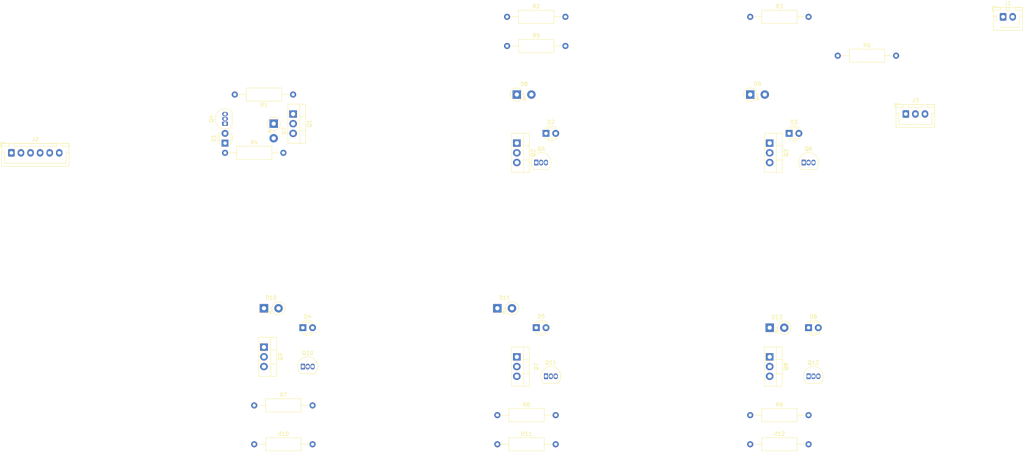
<source format=kicad_pcb>
(kicad_pcb (version 20211014) (generator pcbnew)
  (layers (0 "F.Cu" signal) (31 "B.Cu" signal) (34 "B.Paste" user) (35 "F.Paste" user) (36 "B.SilkS" user "B.Silkscreen") (37 "F.SilkS" user "F.Silkscreen") (38 "B.Mask" user) (39 "F.Mask" user) (44 "Edge.Cuts" user))
  (net 0 "")
  (net 1 "Net-(R4-Pad1)")
  (net 2 "Net-(Q4-Pad1)")
  (net 3 "Net-(R5-Pad1)")
  (net 4 "Net-(Q5-Pad1)")
  (net 5 "Net-(R6-Pad1)")
  (net 6 "Net-(Q6-Pad1)")
  (net 7 "Net-(R10-Pad1)")
  (net 8 "Net-(Q10-Pad1)")
  (net 9 "Net-(R11-Pad1)")
  (net 10 "Net-(Q11-Pad1)")
  (net 11 "Net-(R12-Pad1)")
  (net 12 "Net-(Q12-Pad1)")
  (net 13 "VCC")
  (net 14 "Net-(Q1-Pad3)")
  (net 15 "Net-(J3-Pad2)")
  (net 16 "Net-(Q3-Pad3)")
  (net 17 "GND")
  (net 18 "Net-(Q12-Pad2)")
  (net 19 "Net-(Q6-Pad2)")
  (net 20 "Net-(J2-Pad3)")
  (net 21 "Net-(Q5-Pad2)")
  (net 22 "Net-(J2-Pad5)")
  (net 23 "Net-(J2-Pad6)")
  (net 24 "Net-(R1-Pad1)")
  (net 25 "Net-(R2-Pad1)")
  (net 26 "Net-(R3-Pad1)")
  (net 27 "Net-(R7-Pad1)")
  (net 28 "Net-(R8-Pad1)")
  (net 29 "Net-(R9-Pad1)")
  (footprint "Package_TO_SOT_THT:TO-92_Inline" (layer "F.Cu") (at 91.44 127)
    (fp_text reference "Q10" (at 1.27 -3.56) (layer "F.SilkS"))
    (fp_text value "S8050")
    (fp_line (start -0.53 1.85) (end 3.07 1.85) (layer "F.SilkS") (width 0.12))
    (fp_arc (start -0.568478 1.838478) (mid -1.132087 -0.994977) (end 1.27 -2.6) (layer "F.SilkS") (width 0.12))
    (fp_arc (start 1.27 -2.6) (mid 3.672087 -0.994977) (end 3.108478 1.838478) (layer "F.SilkS") (width 0.12))
    (pad "1" thru_hole rect (at 0 0) (size 1.05 1.5) (drill 0.75) (layers *.Cu *.Mask) (net 8 "Net-(Q10-Pad1)"))
    (pad "2" thru_hole oval (at 1.27 0) (size 1.05 1.5) (drill 0.75) (layers *.Cu *.Mask) (net 22 "Net-(J2-Pad5)"))
    (pad "3" thru_hole oval (at 2.54 0) (size 1.05 1.5) (drill 0.75) (layers *.Cu *.Mask) (net 27 "Net-(R7-Pad1)"))
  )
  (footprint "Diode_THT:D_DO-41_SOD81_P3.81mm_Vertical_AnodeUp" (layer "F.Cu") (at 208.28 55.88)
    (fp_text reference "D9" (at 1.905 -2.750635) (layer "F.SilkS"))
    (fp_text value "1N5819")
    (fp_text user "A" (at 2.01 1.1) (layer "F.SilkS"))
    (fp_line (start 1.750635 0) (end 2.41 0) (layer "F.SilkS") (width 0.12))
    (fp_circle (center 0 0) (end 1.750635 0) (layer "F.SilkS") (width 0.12) (fill none))
    (pad "1" thru_hole rect (at 0 0) (size 2.2 2.2) (drill 1.1) (layers *.Cu *.Mask) (net 13 "VCC"))
    (pad "2" thru_hole oval (at 3.81 0) (size 2.2 2.2) (drill 1.1) (layers *.Cu *.Mask) (net 16 "Net-(Q3-Pad3)"))
  )
  (footprint "Connector_JST:JST_XH_B6B-XH-A_1x06_P2.50mm_Vertical" (layer "F.Cu") (at 15.32 71.12)
    (fp_text reference "J2" (at 6.25 -3.55) (layer "F.SilkS"))
    (fp_text value "Inputs")
    (fp_line (start 11.75 -2.45) (end 0.75 -2.45) (layer "F.SilkS") (width 0.12))
    (fp_line (start 11.75 -1.7) (end 11.75 -2.45) (layer "F.SilkS") (width 0.12))
    (fp_line (start -0.75 -1.7) (end -0.75 -2.45) (layer "F.SilkS") (width 0.12))
    (fp_line (start -2.55 -0.2) (end -1.8 -0.2) (layer "F.SilkS") (width 0.12))
    (fp_line (start -2.85 -2.75) (end -2.85 -1.5) (layer "F.SilkS") (width 0.12))
    (fp_line (start -2.56 3.51) (end 15.06 3.51) (layer "F.SilkS") (width 0.12))
    (fp_line (start 0.75 -2.45) (end 0.75 -1.7) (layer "F.SilkS") (width 0.12))
    (fp_line (start 15.05 -2.45) (end 13.25 -2.45) (layer "F.SilkS") (width 0.12))
    (fp_line (start -2.55 -1.7) (end -0.75 -1.7) (layer "F.SilkS") (width 0.12))
    (fp_line (start 13.25 -2.45) (end 13.25 -1.7) (layer "F.SilkS") (width 0.12))
    (fp_line (start 14.3 2.75) (end 6.25 2.75) (layer "F.SilkS") (width 0.12))
    (fp_line (start -2.56 -2.46) (end -2.56 3.51) (layer "F.SilkS") (width 0.12))
    (fp_line (start 15.05 -0.2) (end 14.3 -0.2) (layer "F.SilkS") (width 0.12))
    (fp_line (start -1.8 2.75) (end 6.25 2.75) (layer "F.SilkS") (width 0.12))
    (fp_line (start 13.25 -1.7) (end 15.05 -1.7) (layer "F.SilkS") (width 0.12))
    (fp_line (start -1.6 -2.75) (end -2.85 -2.75) (layer "F.SilkS") (width 0.12))
    (fp_line (start 15.05 -1.7) (end 15.05 -2.45) (layer "F.SilkS") (width 0.12))
    (fp_line (start 15.06 3.51) (end 15.06 -2.46) (layer "F.SilkS") (width 0.12))
    (fp_line (start 15.06 -2.46) (end -2.56 -2.46) (layer "F.SilkS") (width 0.12))
    (fp_line (start -0.75 -2.45) (end -2.55 -2.45) (layer "F.SilkS") (width 0.12))
    (fp_line (start -1.8 -0.2) (end -1.8 2.75) (layer "F.SilkS") (width 0.12))
    (fp_line (start 14.3 -0.2) (end 14.3 2.75) (layer "F.SilkS") (width 0.12))
    (fp_line (start 0.75 -1.7) (end 11.75 -1.7) (layer "F.SilkS") (width 0.12))
    (fp_line (start -2.55 -2.45) (end -2.55 -1.7) (layer "F.SilkS") (width 0.12))
    (pad "1" thru_hole roundrect (at 0 0) (size 1.7 1.95) (drill 0.95) (layers *.Cu *.Mask) (roundrect_rratio 0.147059) (net 18 "Net-(Q12-Pad2)"))
    (pad "2" thru_hole oval (at 2.5 0) (size 1.7 1.95) (drill 0.95) (layers *.Cu *.Mask) (net 19 "Net-(Q6-Pad2)"))
    (pad "3" thru_hole oval (at 5 0) (size 1.7 1.95) (drill 0.95) (layers *.Cu *.Mask) (net 20 "Net-(J2-Pad3)"))
    (pad "4" thru_hole oval (at 7.5 0) (size 1.7 1.95) (drill 0.95) (layers *.Cu *.Mask) (net 21 "Net-(Q5-Pad2)"))
    (pad "5" thru_hole oval (at 10 0) (size 1.7 1.95) (drill 0.95) (layers *.Cu *.Mask) (net 22 "Net-(J2-Pad5)"))
    (pad "6" thru_hole oval (at 12.5 0) (size 1.7 1.95) (drill 0.95) (layers *.Cu *.Mask) (net 23 "Net-(J2-Pad6)"))
  )
  (footprint "LED_THT:LED_D3.0mm_Clear" (layer "F.Cu") (at 152.4 116.84)
    (fp_text reference "D5" (at 1.27 -2.96) (layer "F.SilkS"))
    (fp_text value "LED")
    (fp_line (start -0.29 1.08) (end -0.29 1.236) (layer "F.SilkS") (width 0.12))
    (fp_line (start -0.29 -1.236) (end -0.29 -1.08) (layer "F.SilkS") (width 0.12))
    (fp_arc (start 2.31113 1.079837) (mid 1.270117 1.5) (end 0.229039 1.08) (layer "F.SilkS") (width 0.12))
    (fp_arc (start -0.29 -1.235516) (mid 1.366487 -1.987659) (end 2.942335 -1.078608) (layer "F.SilkS") (width 0.12))
    (fp_arc (start 0.229039 -1.08) (mid 1.270117 -1.5) (end 2.31113 -1.079837) (layer "F.SilkS") (width 0.12))
    (fp_arc (start 2.942335 1.078608) (mid 1.366487 1.987659) (end -0.29 1.235516) (layer "F.SilkS") (width 0.12))
    (pad "1" thru_hole rect (at 0 0) (size 1.8 1.8) (drill 0.9) (layers *.Cu *.Mask) (net 9 "Net-(R11-Pad1)"))
    (pad "2" thru_hole circle (at 2.54 0) (size 1.8 1.8) (drill 0.9) (layers *.Cu *.Mask) (net 10 "Net-(Q11-Pad1)"))
  )
  (footprint "Resistor_THT:R_Axial_DIN0309_L9.0mm_D3.2mm_P15.24mm_Horizontal" (layer "F.Cu") (at 208.28 139.7)
    (fp_text reference "R9" (at 7.62 -2.72) (layer "F.SilkS"))
    (fp_text value "10kR")
    (fp_line (start 12.24 1.72) (end 12.24 -1.72) (layer "F.SilkS") (width 0.12))
    (fp_line (start 1.04 0) (end 3 0) (layer "F.SilkS") (width 0.12))
    (fp_line (start 12.24 -1.72) (end 3 -1.72) (layer "F.SilkS") (width 0.12))
    (fp_line (start 3 -1.72) (end 3 1.72) (layer "F.SilkS") (width 0.12))
    (fp_line (start 3 1.72) (end 12.24 1.72) (layer "F.SilkS") (width 0.12))
    (fp_line (start 14.2 0) (end 12.24 0) (layer "F.SilkS") (width 0.12))
    (pad "1" thru_hole circle (at 0 0) (size 1.6 1.6) (drill 0.8) (layers *.Cu *.Mask) (net 29 "Net-(R9-Pad1)"))
    (pad "2" thru_hole oval (at 15.24 0) (size 1.6 1.6) (drill 0.8) (layers *.Cu *.Mask) (net 13 "VCC"))
  )
  (footprint "Package_TO_SOT_THT:TO-92_Inline" (layer "F.Cu") (at 223.52 129.54)
    (fp_text reference "Q12" (at 1.27 -3.56) (layer "F.SilkS"))
    (fp_text value "S8050")
    (fp_line (start -0.53 1.85) (end 3.07 1.85) (layer "F.SilkS") (width 0.12))
    (fp_arc (start -0.568478 1.838478) (mid -1.132087 -0.994977) (end 1.27 -2.6) (layer "F.SilkS") (width 0.12))
    (fp_arc (start 1.27 -2.6) (mid 3.672087 -0.994977) (end 3.108478 1.838478) (layer "F.SilkS") (width 0.12))
    (pad "1" thru_hole rect (at 0 0) (size 1.05 1.5) (drill 0.75) (layers *.Cu *.Mask) (net 12 "Net-(Q12-Pad1)"))
    (pad "2" thru_hole oval (at 1.27 0) (size 1.05 1.5) (drill 0.75) (layers *.Cu *.Mask) (net 18 "Net-(Q12-Pad2)"))
    (pad "3" thru_hole oval (at 2.54 0) (size 1.05 1.5) (drill 0.75) (layers *.Cu *.Mask) (net 29 "Net-(R9-Pad1)"))
  )
  (footprint "Resistor_THT:R_Axial_DIN0309_L9.0mm_D3.2mm_P15.24mm_Horizontal" (layer "F.Cu") (at 208.28 35.56)
    (fp_text reference "R3" (at 7.62 -2.72) (layer "F.SilkS"))
    (fp_text value "10kR")
    (fp_line (start 12.24 1.72) (end 12.24 -1.72) (layer "F.SilkS") (width 0.12))
    (fp_line (start 14.2 0) (end 12.24 0) (layer "F.SilkS") (width 0.12))
    (fp_line (start 3 -1.72) (end 3 1.72) (layer "F.SilkS") (width 0.12))
    (fp_line (start 3 1.72) (end 12.24 1.72) (layer "F.SilkS") (width 0.12))
    (fp_line (start 1.04 0) (end 3 0) (layer "F.SilkS") (width 0.12))
    (fp_line (start 12.24 -1.72) (end 3 -1.72) (layer "F.SilkS") (width 0.12))
    (pad "1" thru_hole circle (at 0 0) (size 1.6 1.6) (drill 0.8) (layers *.Cu *.Mask) (net 26 "Net-(R3-Pad1)"))
    (pad "2" thru_hole oval (at 15.24 0) (size 1.6 1.6) (drill 0.8) (layers *.Cu *.Mask) (net 13 "VCC"))
  )
  (footprint "Resistor_THT:R_Axial_DIN0309_L9.0mm_D3.2mm_P15.24mm_Horizontal" (layer "F.Cu") (at 142.24 147.32)
    (fp_text reference "R11" (at 7.62 -2.72) (layer "F.SilkS"))
    (fp_text value "100R")
    (fp_line (start 1.04 0) (end 3 0) (layer "F.SilkS") (width 0.12))
    (fp_line (start 3 -1.72) (end 3 1.72) (layer "F.SilkS") (width 0.12))
    (fp_line (start 12.24 -1.72) (end 3 -1.72) (layer "F.SilkS") (width 0.12))
    (fp_line (start 14.2 0) (end 12.24 0) (layer "F.SilkS") (width 0.12))
    (fp_line (start 12.24 1.72) (end 12.24 -1.72) (layer "F.SilkS") (width 0.12))
    (fp_line (start 3 1.72) (end 12.24 1.72) (layer "F.SilkS") (width 0.12))
    (pad "1" thru_hole circle (at 0 0) (size 1.6 1.6) (drill 0.8) (layers *.Cu *.Mask) (net 9 "Net-(R11-Pad1)"))
    (pad "2" thru_hole oval (at 15.24 0) (size 1.6 1.6) (drill 0.8) (layers *.Cu *.Mask) (net 17 "GND"))
  )
  (footprint "Diode_THT:D_DO-41_SOD81_P3.81mm_Vertical_KathodeUp" (layer "F.Cu") (at 81.28 111.76)
    (fp_text reference "D10" (at 1.905 -2.750635) (layer "F.SilkS"))
    (fp_text value "1N5819")
    (fp_text user "K" (at 1.8 1.1) (layer "F.SilkS"))
    (fp_line (start 2.059365 0) (end 1.4 0) (layer "F.SilkS") (width 0.12))
    (fp_circle (center 3.81 0) (end 5.560635 0) (layer "F.SilkS") (width 0.12) (fill none))
    (pad "1" thru_hole rect (at 0 0) (size 2.2 2.2) (drill 1.1) (layers *.Cu *.Mask) (net 14 "Net-(Q1-Pad3)"))
    (pad "2" thru_hole oval (at 3.81 0) (size 2.2 2.2) (drill 1.1) (layers *.Cu *.Mask) (net 17 "GND"))
  )
  (footprint "Package_TO_SOT_THT:TO-92_Inline" (layer "F.Cu") (at 71.12 63.5 90)
    (fp_text reference "Q4" (at 1.27 -3.56 90) (layer "F.SilkS"))
    (fp_text value "S8050")
    (fp_line (start -0.53 1.85) (end 3.07 1.85) (layer "F.SilkS") (width 0.12))
    (fp_arc (start -0.568478 1.838478) (mid -1.132087 -0.994977) (end 1.27 -2.6) (layer "F.SilkS") (width 0.12))
    (fp_arc (start 1.27 -2.6) (mid 3.672087 -0.994977) (end 3.108478 1.838478) (layer "F.SilkS") (width 0.12))
    (pad "1" thru_hole rect (at 0 0 90) (size 1.05 1.5) (drill 0.75) (layers *.Cu *.Mask) (net 2 "Net-(Q4-Pad1)"))
    (pad "2" thru_hole oval (at 1.27 0 90) (size 1.05 1.5) (drill 0.75) (layers *.Cu *.Mask) (net 23 "Net-(J2-Pad6)"))
    (pad "3" thru_hole oval (at 2.54 0 90) (size 1.05 1.5) (drill 0.75) (layers *.Cu *.Mask) (net 24 "Net-(R1-Pad1)"))
  )
  (footprint "Resistor_THT:R_Axial_DIN0309_L9.0mm_D3.2mm_P15.24mm_Horizontal" (layer "F.Cu") (at 144.78 35.56)
    (fp_text reference "R2" (at 7.62 -2.72) (layer "F.SilkS"))
    (fp_text value "10kR")
    (fp_line (start 3 -1.72) (end 3 1.72) (layer "F.SilkS") (width 0.12))
    (fp_line (start 14.2 0) (end 12.24 0) (layer "F.SilkS") (width 0.12))
    (fp_line (start 12.24 -1.72) (end 3 -1.72) (layer "F.SilkS") (width 0.12))
    (fp_line (start 12.24 1.72) (end 12.24 -1.72) (layer "F.SilkS") (width 0.12))
    (fp_line (start 1.04 0) (end 3 0) (layer "F.SilkS") (width 0.12))
    (fp_line (start 3 1.72) (end 12.24 1.72) (layer "F.SilkS") (width 0.12))
    (pad "1" thru_hole circle (at 0 0) (size 1.6 1.6) (drill 0.8) (layers *.Cu *.Mask) (net 25 "Net-(R2-Pad1)"))
    (pad "2" thru_hole oval (at 15.24 0) (size 1.6 1.6) (drill 0.8) (layers *.Cu *.Mask) (net 13 "VCC"))
  )
  (footprint "LED_THT:LED_D3.0mm_Clear" (layer "F.Cu") (at 223.52 116.84)
    (fp_text reference "D6" (at 1.27 -2.96) (layer "F.SilkS"))
    (fp_text value "LED")
    (fp_line (start -0.29 1.08) (end -0.29 1.236) (layer "F.SilkS") (width 0.12))
    (fp_line (start -0.29 -1.236) (end -0.29 -1.08) (layer "F.SilkS") (width 0.12))
    (fp_arc (start -0.29 -1.235516) (mid 1.366487 -1.987659) (end 2.942335 -1.078608) (layer "F.SilkS") (width 0.12))
    (fp_arc (start 0.229039 -1.08) (mid 1.270117 -1.5) (end 2.31113 -1.079837) (layer "F.SilkS") (width 0.12))
    (fp_arc (start 2.942335 1.078608) (mid 1.366487 1.987659) (end -0.29 1.235516) (layer "F.SilkS") (width 0.12))
    (fp_arc (start 2.31113 1.079837) (mid 1.270117 1.5) (end 0.229039 1.08) (layer "F.SilkS") (width 0.12))
    (pad "1" thru_hole rect (at 0 0) (size 1.8 1.8) (drill 0.9) (layers *.Cu *.Mask) (net 11 "Net-(R12-Pad1)"))
    (pad "2" thru_hole circle (at 2.54 0) (size 1.8 1.8) (drill 0.9) (layers *.Cu *.Mask) (net 12 "Net-(Q12-Pad1)"))
  )
  (footprint "Diode_THT:D_DO-41_SOD81_P3.81mm_Vertical_AnodeUp" (layer "F.Cu") (at 147.32 55.88)
    (fp_text reference "D8" (at 1.905 -2.750635) (layer "F.SilkS"))
    (fp_text value "1N5819")
    (fp_text user "A" (at 2.01 1.1) (layer "F.SilkS"))
    (fp_line (start 1.750635 0) (end 2.41 0) (layer "F.SilkS") (width 0.12))
    (fp_circle (center 0 0) (end 1.750635 0) (layer "F.SilkS") (width 0.12) (fill none))
    (pad "1" thru_hole rect (at 0 0) (size 2.2 2.2) (drill 1.1) (layers *.Cu *.Mask) (net 13 "VCC"))
    (pad "2" thru_hole oval (at 3.81 0) (size 2.2 2.2) (drill 1.1) (layers *.Cu *.Mask) (net 15 "Net-(J3-Pad2)"))
  )
  (footprint "Connector_JST:JST_XH_B2B-XH-AM_1x02_P2.50mm_Vertical" (layer "F.Cu") (at 274.32 35.56)
    (fp_text reference "J1" (at 1.25 -3.55) (layer "F.SilkS"))
    (fp_text value "Power")
    (fp_line (start 1.75 -1.7) (end 1.75 -2.45) (layer "F.SilkS") (width 0.12))
    (fp_line (start -2.55 -2.45) (end -2.55 -1.7) (layer "F.SilkS") (width 0.12))
    (fp_line (start 5.05 -1.7) (end 5.05 -2.45) (layer "F.SilkS") (width 0.12))
    (fp_line (start -0.75 -1.7) (end -0.75 -2.45) (layer "F.SilkS") (width 0.12))
    (fp_line (start -1.8 -0.2) (end -1.8 1.14) (layer "F.SilkS") (width 0.12))
    (fp_line (start 5.05 -2.45) (end 3.25 -2.45) (layer "F.SilkS") (width 0.12))
    (fp_line (start 1.25 2.75) (end -0.74 2.75) (layer "F.SilkS") (width 0.12))
    (fp_line (start -0.75 -2.45) (end -2.55 -2.45) (layer "F.SilkS") (width 0.12))
    (fp_line (start 5.06 -2.46) (end -2.56 -2.46) (layer "F.SilkS") (width 0.12))
    (fp_line (start -2.56 3.51) (end 5.06 3.51) (layer "F.SilkS") (width 0.12))
    (fp_line (start -2.85 -2.75) (end -2.85 -1.5) (layer "F.SilkS") (width 0.12))
    (fp_line (start 5.06 3.51) (end 5.06 -2.46) (layer "F.SilkS") (width 0.12))
    (fp_line (start -2.55 -1.7) (end -0.75 -1.7) (layer "F.SilkS") (width 0.12))
    (fp_line (start 1.75 -2.45) (end 0.75 -2.45) (layer "F.SilkS") (width 0.12))
    (fp_line (start 3.25 -2.45) (end 3.25 -1.7) (layer "F.SilkS") (width 0.12))
    (fp_line (start -1.6 -2.75) (end -2.85 -2.75) (layer "F.SilkS") (width 0.12))
    (fp_line (start 5.05 -0.2) (end 4.3 -0.2) (layer "F.SilkS") (width 0.12))
    (fp_line (start -2.55 -0.2) (end -1.8 -0.2) (layer "F.SilkS") (width 0.12))
    (fp_line (start 3.25 -1.7) (end 5.05 -1.7) (layer "F.SilkS") (width 0.12))
    (fp_line (start -2.56 -2.46) (end -2.56 3.51) (layer "F.SilkS") (width 0.12))
    (fp_line (start 4.3 -0.2) (end 4.3 2.75) (layer "F.SilkS") (width 0.12))
    (fp_line (start 0.75 -2.45) (end 0.75 -1.7) (layer "F.SilkS") (width 0.12))
    (fp_line (start 0.75 -1.7) (end 1.75 -1.7) (layer "F.SilkS") (width 0.12))
    (fp_line (start 4.3 2.75) (end 1.25 2.75) (layer "F.SilkS") (width 0.12))
    (pad "" np_thru_hole circle (at -1.6 2) (size 1.2 1.2) (drill 1.2) (layers *.Cu *.Mask))
    (pad "1" thru_hole roundrect (at 0 0) (size 1.7 2) (drill 1) (layers *.Cu *.Mask) (roundrect_rratio 0.147059) (net 13 "VCC"))
    (pad "2" thru_hole oval (at 2.5 0) (size 1.7 2) (drill 1) (layers *.Cu *.Mask) (net 17 "GND"))
  )
  (footprint "Diode_THT:D_DO-41_SOD81_P3.81mm_Vertical_KathodeUp" (layer "F.Cu") (at 142.24 111.76)
    (fp_text reference "D11" (at 1.905 -2.750635) (layer "F.SilkS"))
    (fp_text value "1N5819")
    (fp_text user "K" (at 1.8 1.1) (layer "F.SilkS"))
    (fp_line (start 2.059365 0) (end 1.4 0) (layer "F.SilkS") (width 0.12))
    (fp_circle (center 3.81 0) (end 5.560635 0) (layer "F.SilkS") (width 0.12) (fill none))
    (pad "1" thru_hole rect (at 0 0) (size 2.2 2.2) (drill 1.1) (layers *.Cu *.Mask) (net 15 "Net-(J3-Pad2)"))
    (pad "2" thru_hole oval (at 3.81 0) (size 2.2 2.2) (drill 1.1) (layers *.Cu *.Mask) (net 17 "GND"))
  )
  (footprint "LED_THT:LED_D3.0mm_Clear" (layer "F.Cu") (at 154.94 66.04)
    (fp_text reference "D2" (at 1.27 -2.96) (layer "F.SilkS"))
    (fp_text value "LED")
    (fp_line (start -0.29 -1.236) (end -0.29 -1.08) (layer "F.SilkS") (width 0.12))
    (fp_line (start -0.29 1.08) (end -0.29 1.236) (layer "F.SilkS") (width 0.12))
    (fp_arc (start -0.29 -1.235516) (mid 1.366487 -1.987659) (end 2.942335 -1.078608) (layer "F.SilkS") (width 0.12))
    (fp_arc (start 2.31113 1.079837) (mid 1.270117 1.5) (end 0.229039 1.08) (layer "F.SilkS") (width 0.12))
    (fp_arc (start 2.942335 1.078608) (mid 1.366487 1.987659) (end -0.29 1.235516) (layer "F.SilkS") (width 0.12))
    (fp_arc (start 0.229039 -1.08) (mid 1.270117 -1.5) (end 2.31113 -1.079837) (layer "F.SilkS") (width 0.12))
    (pad "1" thru_hole rect (at 0 0) (size 1.8 1.8) (drill 0.9) (layers *.Cu *.Mask) (net 3 "Net-(R5-Pad1)"))
    (pad "2" thru_hole circle (at 2.54 0) (size 1.8 1.8) (drill 0.9) (layers *.Cu *.Mask) (net 4 "Net-(Q5-Pad1)"))
  )
  (footprint "Resistor_THT:R_Axial_DIN0309_L9.0mm_D3.2mm_P15.24mm_Horizontal" (layer "F.Cu") (at 78.74 137.16)
    (fp_text reference "R7" (at 7.62 -2.72) (layer "F.SilkS"))
    (fp_text value "10kR")
    (fp_line (start 3 1.72) (end 12.24 1.72) (layer "F.SilkS") (width 0.12))
    (fp_line (start 12.24 -1.72) (end 3 -1.72) (layer "F.SilkS") (width 0.12))
    (fp_line (start 3 -1.72) (end 3 1.72) (layer "F.SilkS") (width 0.12))
    (fp_line (start 1.04 0) (end 3 0) (layer "F.SilkS") (width 0.12))
    (fp_line (start 14.2 0) (end 12.24 0) (layer "F.SilkS") (width 0.12))
    (fp_line (start 12.24 1.72) (end 12.24 -1.72) (layer "F.SilkS") (width 0.12))
    (pad "1" thru_hole circle (at 0 0) (size 1.6 1.6) (drill 0.8) (layers *.Cu *.Mask) (net 27 "Net-(R7-Pad1)"))
    (pad "2" thru_hole oval (at 15.24 0) (size 1.6 1.6) (drill 0.8) (layers *.Cu *.Mask) (net 13 "VCC"))
  )
  (footprint "Package_TO_SOT_THT:TO-92_Inline" (layer "F.Cu") (at 222.25 73.66)
    (fp_text reference "Q6" (at 1.27 -3.56) (layer "F.SilkS"))
    (fp_text value "S8050")
    (fp_line (start -0.53 1.85) (end 3.07 1.85) (layer "F.SilkS") (width 0.12))
    (fp_arc (start -0.568478 1.838478) (mid -1.132087 -0.994977) (end 1.27 -2.6) (layer "F.SilkS") (width 0.12))
    (fp_arc (start 1.27 -2.6) (mid 3.672087 -0.994977) (end 3.108478 1.838478) (layer "F.SilkS") (width 0.12))
    (pad "1" thru_hole rect (at 0 0) (size 1.05 1.5) (drill 0.75) (layers *.Cu *.Mask) (net 6 "Net-(Q6-Pad1)"))
    (pad "2" thru_hole oval (at 1.27 0) (size 1.05 1.5) (drill 0.75) (layers *.Cu *.Mask) (net 19 "Net-(Q6-Pad2)"))
    (pad "3" thru_hole oval (at 2.54 0) (size 1.05 1.5) (drill 0.75) (layers *.Cu *.Mask) (net 26 "Net-(R3-Pad1)"))
  )
  (footprint "Resistor_THT:R_Axial_DIN0309_L9.0mm_D3.2mm_P15.24mm_Horizontal" (layer "F.Cu") (at 144.78 43.18)
    (fp_text reference "R5" (at 7.62 -2.72) (layer "F.SilkS"))
    (fp_text value "100R")
    (fp_line (start 12.24 1.72) (end 12.24 -1.72) (layer "F.SilkS") (width 0.12))
    (fp_line (start 14.2 0) (end 12.24 0) (layer "F.SilkS") (width 0.12))
    (fp_line (start 1.04 0) (end 3 0) (layer "F.SilkS") (width 0.12))
    (fp_line (start 3 1.72) (end 12.24 1.72) (layer "F.SilkS") (width 0.12))
    (fp_line (start 12.24 -1.72) (end 3 -1.72) (layer "F.SilkS") (width 0.12))
    (fp_line (start 3 -1.72) (end 3 1.72) (layer "F.SilkS") (width 0.12))
    (pad "1" thru_hole circle (at 0 0) (size 1.6 1.6) (drill 0.8) (layers *.Cu *.Mask) (net 3 "Net-(R5-Pad1)"))
    (pad "2" thru_hole oval (at 15.24 0) (size 1.6 1.6) (drill 0.8) (layers *.Cu *.Mask) (net 17 "GND"))
  )
  (footprint "Package_TO_SOT_THT:TO-220-3_Vertical" (layer "F.Cu") (at 147.32 68.58 -90)
    (fp_text reference "Q2" (at 2.54 -4.27 90) (layer "F.SilkS"))
    (fp_text value "IRF4905")
    (fp_line (start 7.66 -3.27) (end 7.66 1.371) (layer "F.SilkS") (width 0.12))
    (fp_line (start -2.58 -3.27) (end 7.66 -3.27) (layer "F.SilkS") (width 0.12))
    (fp_line (start -2.58 -1.76) (end 7.66 -1.76) (layer "F.SilkS") (width 0.12))
    (fp_line (start 4.391 -3.27) (end 4.391 -1.76) (layer "F.SilkS") (width 0.12))
    (fp_line (start -2.58 1.371) (end 7.66 1.371) (layer "F.SilkS") (width 0.12))
    (fp_line (start -2.58 -3.27) (end -2.58 1.371) (layer "F.SilkS") (width 0.12))
    (fp_line (start 0.69 -3.27) (end 0.69 -1.76) (layer "F.SilkS") (width 0.12))
    (pad "1" thru_hole rect (at 0 0 270) (size 1.905 2) (drill 1.1) (layers *.Cu *.Mask) (net 25 "Net-(R2-Pad1)"))
    (pad "2" thru_hole oval (at 2.54 0 270) (size 1.905 2) (drill 1.1) (layers *.Cu *.Mask) (net 13 "VCC"))
    (pad "3" thru_hole oval (at 5.08 0 270) (size 1.905 2) (drill 1.1) (layers *.Cu *.Mask) (net 15 "Net-(J3-Pad2)"))
  )
  (footprint "Package_TO_SOT_THT:TO-92_Inline" (layer "F.Cu") (at 152.4 73.66)
    (fp_text reference "Q5" (at 1.27 -3.56) (layer "F.SilkS"))
    (fp_text value "S8050")
    (fp_line (start -0.53 1.85) (end 3.07 1.85) (layer "F.SilkS") (width 0.12))
    (fp_arc (start -0.568478 1.838478) (mid -1.132087 -0.994977) (end 1.27 -2.6) (layer "F.SilkS") (width 0.12))
    (fp_arc (start 1.27 -2.6) (mid 3.672087 -0.994977) (end 3.108478 1.838478) (layer "F.SilkS") (width 0.12))
    (pad "1" thru_hole rect (at 0 0) (size 1.05 1.5) (drill 0.75) (layers *.Cu *.Mask) (net 4 "Net-(Q5-Pad1)"))
    (pad "2" thru_hole oval (at 1.27 0) (size 1.05 1.5) (drill 0.75) (layers *.Cu *.Mask) (net 21 "Net-(Q5-Pad2)"))
    (pad "3" thru_hole oval (at 2.54 0) (size 1.05 1.5) (drill 0.75) (layers *.Cu *.Mask) (net 25 "Net-(R2-Pad1)"))
  )
  (footprint "Package_TO_SOT_THT:TO-220-3_Vertical" (layer "F.Cu") (at 213.36 124.46 -90)
    (fp_text reference "Q8" (at 2.54 -4.27 90) (layer "F.SilkS"))
    (fp_text value "IRLZ44N")
    (fp_line (start -2.58 -1.76) (end 7.66 -1.76) (layer "F.SilkS") (width 0.12))
    (fp_line (start -2.58 1.371) (end 7.66 1.371) (layer "F.SilkS") (width 0.12))
    (fp_line (start -2.58 -3.27) (end -2.58 1.371) (layer "F.SilkS") (width 0.12))
    (fp_line (start 4.391 -3.27) (end 4.391 -1.76) (layer "F.SilkS") (width 0.12))
    (fp_line (start 7.66 -3.27) (end 7.66 1.371) (layer "F.SilkS") (width 0.12))
    (fp_line (start 0.69 -3.27) (end 0.69 -1.76) (layer "F.SilkS") (width 0.12))
    (fp_line (start -2.58 -3.27) (end 7.66 -3.27) (layer "F.SilkS") (width 0.12))
    (pad "1" thru_hole rect (at 0 0 270) (size 1.905 2) (drill 1.1) (layers *.Cu *.Mask) (net 28 "Net-(R8-Pad1)"))
    (pad "2" thru_hole oval (at 2.54 0 270) (size 1.905 2) (drill 1.1) (layers *.Cu *.Mask) (net 15 "Net-(J3-Pad2)"))
    (pad "3" thru_hole oval (at 5.08 0 270) (size 1.905 2) (drill 1.1) (layers *.Cu *.Mask) (net 17 "GND"))
  )
  (footprint "Resistor_THT:R_Axial_DIN0309_L9.0mm_D3.2mm_P15.24mm_Horizontal" (layer "F.Cu") (at 78.74 147.32)
    (fp_text reference "R10" (at 7.62 -2.72) (layer "F.SilkS"))
    (fp_text value "100R")
    (fp_line (start 14.2 0) (end 12.24 0) (layer "F.SilkS") (width 0.12))
    (fp_line (start 12.24 1.72) (end 12.24 -1.72) (layer "F.SilkS") (width 0.12))
    (fp_line (start 3 1.72) (end 12.24 1.72) (layer "F.SilkS") (width 0.12))
    (fp_line (start 1.04 0) (end 3 0) (layer "F.SilkS") (width 0.12))
    (fp_line (start 3 -1.72) (end 3 1.72) (layer "F.SilkS") (width 0.12))
    (fp_line (start 12.24 -1.72) (end 3 -1.72) (layer "F.SilkS") (width 0.12))
    (pad "1" thru_hole circle (at 0 0) (size 1.6 1.6) (drill 0.8) (layers *.Cu *.Mask) (net 7 "Net-(R10-Pad1)"))
    (pad "2" thru_hole oval (at 15.24 0) (size 1.6 1.6) (drill 0.8) (layers *.Cu *.Mask) (net 17 "GND"))
  )
  (footprint "Diode_THT:D_DO-41_SOD81_P3.81mm_Vertical_AnodeUp" (layer "F.Cu") (at 83.82 63.5 -90)
    (fp_text reference "D7" (at 1.905 -2.750635 90) (layer "F.SilkS"))
    (fp_text value "1N5819")
    (fp_text user "A" (at 2.01 1.1 90) (layer "F.SilkS"))
    (fp_line (start 1.750635 0) (end 2.41 0) (layer "F.SilkS") (width 0.12))
    (fp_circle (center 0 0) (end 1.750635 0) (layer "F.SilkS") (width 0.12) (fill none))
    (pad "1" thru_hole rect (at 0 0 270) (size 2.2 2.2) (drill 1.1) (layers *.Cu *.Mask) (net 13 "VCC"))
    (pad "2" thru_hole oval (at 3.81 0 270) (size 2.2 2.2) (drill 1.1) (layers *.Cu *.Mask) (net 14 "Net-(Q1-Pad3)"))
  )
  (footprint "Resistor_THT:R_Axial_DIN0309_L9.0mm_D3.2mm_P15.24mm_Horizontal" (layer "F.Cu") (at 231.14 45.72)
    (fp_text reference "R6" (at 7.62 -2.72) (layer "F.SilkS"))
    (fp_text value "100R")
    (fp_line (start 14.2 0) (end 12.24 0) (layer "F.SilkS") (width 0.12))
    (fp_line (start 12.24 1.72) (end 12.24 -1.72) (layer "F.SilkS") (width 0.12))
    (fp_line (start 1.04 0) (end 3 0) (layer "F.SilkS") (width 0.12))
    (fp_line (start 12.24 -1.72) (end 3 -1.72) (layer "F.SilkS") (width 0.12))
    (fp_line (start 3 -1.72) (end 3 1.72) (layer "F.SilkS") (width 0.12))
    (fp_line (start 3 1.72) (end 12.24 1.72) (layer "F.SilkS") (width 0.12))
    (pad "1" thru_hole circle (at 0 0) (size 1.6 1.6) (drill 0.8) (layers *.Cu *.Mask) (net 5 "Net-(R6-Pad1)"))
    (pad "2" thru_hole oval (at 15.24 0) (size 1.6 1.6) (drill 0.8) (layers *.Cu *.Mask) (net 17 "GND"))
  )
  (footprint "Diode_THT:D_DO-41_SOD81_P3.81mm_Vertical_KathodeUp" (layer "F.Cu") (at 213.36 116.84)
    (fp_text reference "D12" (at 1.905 -2.750635) (layer "F.SilkS"))
    (fp_text value "1N5819")
    (fp_text user "K" (at 1.8 1.1) (layer "F.SilkS"))
    (fp_line (start 2.059365 0) (end 1.4 0) (layer "F.SilkS") (width 0.12))
    (fp_circle (center 3.81 0) (end 5.560635 0) (layer "F.SilkS") (width 0.12) (fill none))
    (pad "1" thru_hole rect (at 0 0) (size 2.2 2.2) (drill 1.1) (layers *.Cu *.Mask) (net 16 "Net-(Q3-Pad3)"))
    (pad "2" thru_hole oval (at 3.81 0) (size 2.2 2.2) (drill 1.1) (layers *.Cu *.Mask) (net 17 "GND"))
  )
  (footprint "Package_TO_SOT_THT:TO-92_Inline" (layer "F.Cu") (at 154.94 129.54)
    (fp_text reference "Q11" (at 1.27 -3.56) (layer "F.SilkS"))
    (fp_text value "S8050")
    (fp_line (start -0.53 1.85) (end 3.07 1.85) (layer "F.SilkS") (width 0.12))
    (fp_arc (start 1.27 -2.6) (mid 3.672087 -0.994977) (end 3.108478 1.838478) (layer "F.SilkS") (width 0.12))
    (fp_arc (start -0.568478 1.838478) (mid -1.132087 -0.994977) (end 1.27 -2.6) (layer "F.SilkS") (width 0.12))
    (pad "1" thru_hole rect (at 0 0) (size 1.05 1.5) (drill 0.75) (layers *.Cu *.Mask) (net 10 "Net-(Q11-Pad1)"))
    (pad "2" thru_hole oval (at 1.27 0) (size 1.05 1.5) (drill 0.75) (layers *.Cu *.Mask) (net 20 "Net-(J2-Pad3)"))
    (pad "3" thru_hole oval (at 2.54 0) (size 1.05 1.5) (drill 0.75) (layers *.Cu *.Mask) (net 28 "Net-(R8-Pad1)"))
  )
  (footprint "Package_TO_SOT_THT:TO-220-3_Vertical" (layer "F.Cu") (at 213.36 68.58 -90)
    (fp_text reference "Q3" (at 2.54 -4.27 90) (layer "F.SilkS"))
    (fp_text value "IRF4905")
    (fp_line (start -2.58 -3.27) (end 7.66 -3.27) (layer "F.SilkS") (width 0.12))
    (fp_line (start -2.58 -3.27) (end -2.58 1.371) (layer "F.SilkS") (width 0.12))
    (fp_line (start 7.66 -3.27) (end 7.66 1.371) (layer "F.SilkS") (width 0.12))
    (fp_line (start -2.58 1.371) (end 7.66 1.371) (layer "F.SilkS") (width 0.12))
    (fp_line (start -2.58 -1.76) (end 7.66 -1.76) (layer "F.SilkS") (width 0.12))
    (fp_line (start 0.69 -3.27) (end 0.69 -1.76) (layer "F.SilkS") (width 0.12))
    (fp_line (start 4.391 -3.27) (end 4.391 -1.76) (layer "F.SilkS") (width 0.12))
    (pad "1" thru_hole rect (at 0 0 270) (size 1.905 2) (drill 1.1) (layers *.Cu *.Mask) (net 26 "Net-(R3-Pad1)"))
    (pad "2" thru_hole oval (at 2.54 0 270) (size 1.905 2) (drill 1.1) (layers *.Cu *.Mask) (net 13 "VCC"))
    (pad "3" thru_hole oval (at 5.08 0 270) (size 1.905 2) (drill 1.1) (layers *.Cu *.Mask) (net 16 "Net-(Q3-Pad3)"))
  )
  (footprint "Resistor_THT:R_Axial_DIN0309_L9.0mm_D3.2mm_P15.24mm_Horizontal" (layer "F.Cu") (at 88.9 55.88 180)
    (fp_text reference "R1" (at 7.62 -2.72) (layer "F.SilkS"))
    (fp_text value "10kR")
    (fp_line (start 14.2 0) (end 12.24 0) (layer "F.SilkS") (width 0.12))
    (fp_line (start 1.04 0) (end 3 0) (layer "F.SilkS") (width 0.12))
    (fp_line (start 12.24 -1.72) (end 3 -1.72) (layer "F.SilkS") (width 0.12))
    (fp_line (start 12.24 1.72) (end 12.24 -1.72) (layer "F.SilkS") (width 0.12))
    (fp_line (start 3 1.72) (end 12.24 1.72) (layer "F.SilkS") (width 0.12))
    (fp_line (start 3 -1.72) (end 3 1.72) (layer "F.SilkS") (width 0.12))
    (pad "1" thru_hole circle (at 0 0 180) (size 1.6 1.6) (drill 0.8) (layers *.Cu *.Mask) (net 24 "Net-(R1-Pad1)"))
    (pad "2" thru_hole oval (at 15.24 0 180) (size 1.6 1.6) (drill 0.8) (layers *.Cu *.Mask) (net 13 "VCC"))
  )
  (footprint "Resistor_THT:R_Axial_DIN0309_L9.0mm_D3.2mm_P15.24mm_Horizontal" (layer "F.Cu") (at 71.12 71.12)
    (fp_text reference "R4" (at 7.62 -2.72) (layer "F.SilkS"))
    (fp_text value "100R")
    (fp_line (start 3 1.72) (end 12.24 1.72) (layer "F.SilkS") (width 0.12))
    (fp_line (start 12.24 1.72) (end 12.24 -1.72) (layer "F.SilkS") (width 0.12))
    (fp_line (start 12.24 -1.72) (end 3 -1.72) (layer "F.SilkS") (width 0.12))
    (fp_line (start 1.04 0) (end 3 0) (layer "F.SilkS") (width 0.12))
    (fp_line (start 14.2 0) (end 12.24 0) (layer "F.SilkS") (width 0.12))
    (fp_line (start 3 -1.72) (end 3 1.72) (layer "F.SilkS") (width 0.12))
    (pad "1" thru_hole circle (at 0 0) (size 1.6 1.6) (drill 0.8) (layers *.Cu *.Mask) (net 1 "Net-(R4-Pad1)"))
    (pad "2" thru_hole oval (at 15.24 0) (size 1.6 1.6) (drill 0.8) (layers *.Cu *.Mask) (net 17 "GND"))
  )
  (footprint "Package_TO_SOT_THT:TO-220-3_Vertical" (layer "F.Cu") (at 81.28 121.92 -90)
    (fp_text reference "Q9" (at 2.54 -4.27 90) (layer "F.SilkS"))
    (fp_text value "IRLZ44N")
    (fp_line (start 7.66 -3.27) (end 7.66 1.371) (layer "F.SilkS") (width 0.12))
    (fp_line (start -2.58 -1.76) (end 7.66 -1.76) (layer "F.SilkS") (width 0.12))
    (fp_line (start 0.69 -3.27) (end 0.69 -1.76) (layer "F.SilkS") (width 0.12))
    (fp_line (start 4.391 -3.27) (end 4.391 -1.76) (layer "F.SilkS") (width 0.12))
    (fp_line (start -2.58 -3.27) (end -2.58 1.371) (layer "F.SilkS") (width 0.12))
    (fp_line (start -2.58 -3.27) (end 7.66 -3.27) (layer "F.SilkS") (width 0.12))
    (fp_line (start -2.58 1.371) (end 7.66 1.371) (layer "F.SilkS") (width 0.12))
    (pad "1" thru_hole rect (at 0 0 270) (size 1.905 2) (drill 1.1) (layers *.Cu *.Mask) (net 29 "Net-(R9-Pad1)"))
    (pad "2" thru_hole oval (at 2.54 0 270) (size 1.905 2) (drill 1.1) (layers *.Cu *.Mask) (net 16 "Net-(Q3-Pad3)"))
    (pad "3" thru_hole oval (at 5.08 0 270) (size 1.905 2) (drill 1.1) (layers *.Cu *.Mask) (net 17 "GND"))
  )
  (footprint "Package_TO_SOT_THT:TO-220-3_Vertical" (layer "F.Cu") (at 147.32 124.46 -90)
    (fp_text reference "Q7" (at 2.54 -5.08 90) (layer "F.SilkS"))
    (fp_text value "IRLZ44N")
    (fp_line (start -2.58 1.371) (end 7.66 1.371) (layer "F.SilkS") (width 0.12))
    (fp_line (start 7.66 -3.27) (end 7.66 1.371) (layer "F.SilkS") (width 0.12))
    (fp_line (start 4.391 -3.27) (end 4.391 -1.76) (layer "F.SilkS") (width 0.12))
    (fp_line (start -2.58 -3.27) (end 7.66 -3.27) (layer "F.SilkS") (width 0.12))
    (fp_line (start 0.69 -3.27) (end 0.69 -1.76) (layer "F.SilkS") (width 0.12))
    (fp_line (start -2.58 -3.27) (end -2.58 1.371) (layer "F.SilkS") (width 0.12))
    (fp_line (start -2.58 -1.76) (end 7.66 -1.76) (layer "F.SilkS") (width 0.12))
    (pad "1" thru_hole rect (at 0 0 270) (size 1.905 2) (drill 1.1) (layers *.Cu *.Mask) (net 27 "Net-(R7-Pad1)"))
    (pad "2" thru_hole oval (at 2.54 0 270) (size 1.905 2) (drill 1.1) (layers *.Cu *.Mask) (net 14 "Net-(Q1-Pad3)"))
    (pad "3" thru_hole oval (at 5.08 0 270) (size 1.905 2) (drill 1.1) (layers *.Cu *.Mask) (net 17 "GND"))
  )
  (footprint "Connector_JST:JST_XH_B3B-XH-A_1x03_P2.50mm_Vertical" (layer "F.Cu") (at 248.92 60.96)
    (fp_text reference "J3" (at 2.5 -3.55) (layer "F.SilkS"))
    (fp_text value "Output")
    (fp_line (start 7.56 -2.46) (end -2.56 -2.46) (layer "F.SilkS") (width 0.12))
    (fp_line (start -2.56 3.51) (end 7.56 3.51) (layer "F.SilkS") (width 0.12))
    (fp_line (start 0.75 -2.45) (end 0.75 -1.7) (layer "F.SilkS") (width 0.12))
    (fp_line (start 7.55 -2.45) (end 5.75 -2.45) (layer "F.SilkS") (width 0.12))
    (fp_line (start -0.75 -1.7) (end -0.75 -2.45) (layer "F.SilkS") (width 0.12))
    (fp_line (start 6.8 -0.2) (end 6.8 2.75) (layer "F.SilkS") (width 0.12))
    (fp_line (start -1.8 -0.2) (end -1.8 2.75) (layer "F.SilkS") (width 0.12))
    (fp_line (start 0.75 -1.7) (end 4.25 -1.7) (layer "F.SilkS") (width 0.12))
    (fp_line (start 7.56 3.51) (end 7.56 -2.46) (layer "F.SilkS") (width 0.12))
    (fp_line (start 6.8 2.75) (end 2.5 2.75) (layer "F.SilkS") (width 0.12))
    (fp_line (start 5.75 -2.45) (end 5.75 -1.7) (layer "F.SilkS") (width 0.12))
    (fp_line (start -2.85 -2.75) (end -2.85 -1.5) (layer "F.SilkS") (width 0.12))
    (fp_line (start 4.25 -1.7) (end 4.25 -2.45) (layer "F.SilkS") (width 0.12))
    (fp_line (start 5.75 -1.7) (end 7.55 -1.7) (layer "F.SilkS") (width 0.12))
    (fp_line (start -0.75 -2.45) (end -2.55 -2.45) (layer "F.SilkS") (width 0.12))
    (fp_line (start -2.56 -2.46) (end -2.56 3.51) (layer "F.SilkS") (width 0.12))
    (fp_line (start -2.55 -0.2) (end -1.8 -0.2) (layer "F.SilkS") (width 0.12))
    (fp_line (start -2.55 -1.7) (end -0.75 -1.7) (layer "F.SilkS") (width 0.12))
    (fp_line (start -2.55 -2.45) (end -2.55 -1.7) (layer "F.SilkS") (width 0.12))
    (fp_line (start 7.55 -0.2) (end 6.8 -0.2) (layer "F.SilkS") (width 0.12))
    (fp_line (start -1.6 -2.75) (end -2.85 -2.75) (layer "F.SilkS") (width 0.12))
    (fp_line (start -1.8 2.75) (end 2.5 2.75) (layer "F.SilkS") (width 0.12))
    (fp_line (start 7.55 -1.7) (end 7.55 -2.45) (layer "F.SilkS") (width 0.12))
    (fp_line (start 4.25 -2.45) (end 0.75 -2.45) (layer "F.SilkS") (width 0.12))
    (pad "1" thru_hole roundrect (at 0 0) (size 1.7 1.95) (drill 0.95) (layers *.Cu *.Mask) (roundrect_rratio 0.147059) (net 16 "Net-(Q3-Pad3)"))
    (pad "2" thru_hole oval (at 2.5 0) (size 1.7 1.95) (drill 0.95) (layers *.Cu *.Mask) (net 15 "Net-(J3-Pad2)"))
    (pad "3" thru_hole oval (at 5 0) (size 1.7 1.95) (drill 0.95) (layers *.Cu *.Mask) (net 14 "Net-(Q1-Pad3)"))
  )
  (footprint "LED_THT:LED_D3.0mm_Clear" (layer "F.Cu") (at 91.44 116.84)
    (fp_text reference "D4" (at 1.27 -2.96) (layer "F.SilkS"))
    (fp_text value "LED")
    (fp_line (start -0.29 -1.236) (end -0.29 -1.08) (layer "F.SilkS") (width 0.12))
    (fp_line (start -0.29 1.08) (end -0.29 1.236) (layer "F.SilkS") (width 0.12))
    (fp_arc (start 2.31113 1.079837) (mid 1.270117 1.5) (end 0.229039 1.08) (layer "F.SilkS") (width 0.12))
    (fp_arc (start 0.229039 -1.08) (mid 1.270117 -1.5) (end 2.31113 -1.079837) (layer "F.SilkS") (width 0.12))
    (fp_arc (start -0.29 -1.235516) (mid 1.366487 -1.987659) (end 2.942335 -1.078608) (layer "F.SilkS") (width 0.12))
    (fp_arc (start 2.942335 1.078608) (mid 1.366487 1.987659) (end -0.29 1.235516) (layer "F.SilkS") (width 0.12))
    (pad "1" thru_hole rect (at 0 0) (size 1.8 1.8) (drill 0.9) (layers *.Cu *.Mask) (net 7 "Net-(R10-Pad1)"))
    (pad "2" thru_hole circle (at 2.54 0) (size 1.8 1.8) (drill 0.9) (layers *.Cu *.Mask) (net 8 "Net-(Q10-Pad1)"))
  )
  (footprint "LED_THT:LED_D3.0mm_Clear" (layer "F.Cu") (at 71.12 68.58 90)
    (fp_text reference "D1" (at 1.27 -2.96 90) (layer "F.SilkS"))
    (fp_text value "LED")
    (fp_line (start -0.29 -1.236) (end -0.29 -1.08) (layer "F.SilkS") (width 0.12))
    (fp_line (start -0.29 1.08) (end -0.29 1.236) (layer "F.SilkS") (width 0.12))
    (fp_arc (start 0.229039 -1.08) (mid 1.270117 -1.5) (end 2.31113 -1.079837) (layer "F.SilkS") (width 0.12))
    (fp_arc (start -0.29 -1.235516) (mid 1.366487 -1.987659) (end 2.942335 -1.078608) (layer "F.SilkS") (width 0.12))
    (fp_arc (start 2.942335 1.078608) (mid 1.366487 1.987659) (end -0.29 1.235516) (layer "F.SilkS") (width 0.12))
    (fp_arc (start 2.31113 1.079837) (mid 1.270117 1.5) (end 0.229039 1.08) (layer "F.SilkS") (width 0.12))
    (pad "1" thru_hole rect (at 0 0 90) (size 1.8 1.8) (drill 0.9) (layers *.Cu *.Mask) (net 1 "Net-(R4-Pad1)"))
    (pad "2" thru_hole circle (at 2.54 0 90) (size 1.8 1.8) (drill 0.9) (layers *.Cu *.Mask) (net 2 "Net-(Q4-Pad1)"))
  )
  (footprint "Package_TO_SOT_THT:TO-220-3_Vertical" (layer "F.Cu") (at 88.9 60.96 -90)
    (fp_text reference "Q1" (at 2.54 -4.27 90) (layer "F.SilkS"))
    (fp_text value "IRF4905")
    (fp_line (start -2.58 -3.27) (end 7.66 -3.27) (layer "F.SilkS") (width 0.12))
    (fp_line (start -2.58 1.371) (end 7.66 1.371) (layer "F.SilkS") (width 0.12))
    (fp_line (start 0.69 -3.27) (end 0.69 -1.76) (layer "F.SilkS") (width 0.12))
    (fp_line (start -2.58 -1.76) (end 7.66 -1.76) (layer "F.SilkS") (width 0.12))
    (fp_line (start -2.58 -3.27) (end -2.58 1.371) (layer "F.SilkS") (width 0.12))
    (fp_line (start 4.391 -3.27) (end 4.391 -1.76) (layer "F.SilkS") (width 0.12))
    (fp_line (start 7.66 -3.27) (end 7.66 1.371) (layer "F.SilkS") (width 0.12))
    (pad "1" thru_hole rect (at 0 0 270) (size 1.905 2) (drill 1.1) (layers *.Cu *.Mask) (net 24 "Net-(R1-Pad1)"))
    (pad "2" thru_hole oval (at 2.54 0 270) (size 1.905 2) (drill 1.1) (layers *.Cu *.Mask) (net 13 "VCC"))
    (pad "3" thru_hole oval (at 5.08 0 270) (size 1.905 2) (drill 1.1) (layers *.Cu *.Mask) (net 14 "Net-(Q1-Pad3)"))
  )
  (footprint "LED_THT:LED_D3.0mm_Clear" (layer "F.Cu") (at 218.44 66.04)
    (fp_text reference "D3" (at 1.27 -2.96) (layer "F.SilkS"))
    (fp_text value "LED")
    (fp_line (start -0.29 -1.236) (end -0.29 -1.08) (layer "F.SilkS") (width 0.12))
    (fp_line (start -0.29 1.08) (end -0.29 1.236) (layer "F.SilkS") (width 0.12))
    (fp_arc (start 2.942335 1.078608) (mid 1.366487 1.987659) (end -0.29 1.235516) (layer "F.SilkS") (width 0.12))
    (fp_arc (start 2.31113 1.079837) (mid 1.270117 1.5) (end 0.229039 1.08) (layer "F.SilkS") (width 0.12))
    (fp_arc (start 0.229039 -1.08) (mid 1.270117 -1.5) (end 2.31113 -1.079837) (layer "F.SilkS") (width 0.12))
    (fp_arc (start -0.29 -1.235516) (mid 1.366487 -1.987659) (end 2.942335 -1.078608) (layer "F.SilkS") (width 0.12))
    (pad "1" thru_hole rect (at 0 0) (size 1.8 1.8) (drill 0.9) (layers *.Cu *.Mask) (net 5 "Net-(R6-Pad1)"))
    (pad "2" thru_hole circle (at 2.54 0) (size 1.8 1.8) (drill 0.9) (layers *.Cu *.Mask) (net 6 "Net-(Q6-Pad1)"))
  )
  (footprint "Resistor_THT:R_Axial_DIN0309_L9.0mm_D3.2mm_P15.24mm_Horizontal" (layer "F.Cu") (at 142.24 139.7)
    (fp_text reference "R8" (at 7.62 -2.72) (layer "F.SilkS"))
    (fp_text value "10kR")
    (fp_line (start 1.04 0) (end 3 0) (layer "F.SilkS") (width 0.12))
    (fp_line (start 3 -1.72) (end 3 1.72) (layer "F.SilkS") (width 0.12))
    (fp_line (start 3 1.72) (end 12.24 1.72) (layer "F.SilkS") (width 0.12))
    (fp_line (start 12.24 -1.72) (end 3 -1.72) (layer "F.SilkS") (width 0.12))
    (fp_line (start 12.24 1.72) (end 12.24 -1.72) (layer "F.SilkS") (width 0.12))
    (fp_line (start 14.2 0) (end 12.24 0) (layer "F.SilkS") (width 0.12))
    (pad "1" thru_hole circle (at 0 0) (size 1.6 1.6) (drill 0.8) (layers *.Cu *.Mask) (net 28 "Net-(R8-Pad1)"))
    (pad "2" thru_hole oval (at 15.24 0) (size 1.6 1.6) (drill 0.8) (layers *.Cu *.Mask) (net 13 "VCC"))
  )
  (footprint "Resistor_THT:R_Axial_DIN0309_L9.0mm_D3.2mm_P15.24mm_Horizontal" (layer "F.Cu") (at 208.28 147.32)
    (fp_text reference "R12" (at 7.62 -2.72) (layer "F.SilkS"))
    (fp_text value "100R")
    (fp_line (start 3 -1.72) (end 3 1.72) (layer "F.SilkS") (width 0.12))
    (fp_line (start 12.24 1.72) (end 12.24 -1.72) (layer "F.SilkS") (width 0.12))
    (fp_line (start 3 1.72) (end 12.24 1.72) (layer "F.SilkS") (width 0.12))
    (fp_line (start 1.04 0) (end 3 0) (layer "F.SilkS") (width 0.12))
    (fp_line (start 14.2 0) (end 12.24 0) (layer "F.SilkS") (width 0.12))
    (fp_line (start 12.24 -1.72) (end 3 -1.72) (layer "F.SilkS") (width 0.12))
    (pad "1" thru_hole circle (at 0 0) (size 1.6 1.6) (drill 0.8) (layers *.Cu *.Mask) (net 11 "Net-(R12-Pad1)"))
    (pad "2" thru_hole oval (at 15.24 0) (size 1.6 1.6) (drill 0.8) (layers *.Cu *.Mask) (net 17 "GND"))
  )
)
</source>
